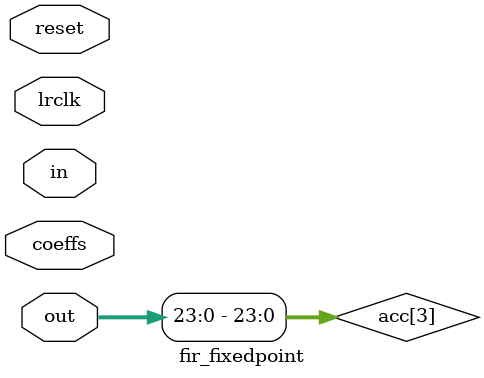
<source format=v>
`timescale 1ns / 1ps


module fir_fixedpoint # (
parameter NTAPS=5,
parameter WIDTH = 32,
parameter TOP_BIT=23
)
(
input wire reset,
input wire lrclk,
input wire [23:0] in,
input wire [23:0] out,
input wire [(NTAPS)*(WIDTH-1):0] coeffs
    );
    //constants we need
    localparam NDELAY = (NTAPS-1)*2;
    localparam NADDS = NTAPS-1;
    localparam NMULS = NTAPS;
    localparam NACC = NTAPS-1;
    
    //declare the pipeline stages
    //reg [WIDTH-1:0] result;
    reg [23:0] pipes[NDELAY:0];
    reg [WIDTH-1:0] adds[NADDS:0];
    reg [WIDTH-1:0] muls[NMULS:0];
    reg [WIDTH-1:0] acc[NACC:0];
    assign out[23:0] = acc[NTAPS-2][TOP_BIT:(TOP_BIT-23)];
    integer i;
    always @(negedge lrclk)
    begin
        if (reset)
        begin
            for (i=0; i<NDELAY; i=i+1) pipes[i]<=0;
            for (i=0; i<NADDS; i=i+1) adds[i]<=0;
            for (i=0; i<NMULS; i=i+1) muls[i]<=0;
            for (i=0; i<NACC; i=i+1) acc[i]<=0;
        end
        else
        begin
            //do the pipeline thing
            for (i=0; i<NDELAY; i=i+1)
                begin
                    if (i==0)
                        begin
                            pipes[0][23:0] <= in[23:0];
                        end
                    else
                        begin
                            pipes[i][23:0] <= pipes[i-1][23:0];
                        end
                end
            
            //compute the adds
            for (i=0; i<NADDS; i=i+1)
                begin
                    if (i==0)
                        begin
                            adds[i][WIDTH-1:0] <= {{(WIDTH-24-1){1'b0}}, in[23:0]} + {{(WIDTH-24-1){1'b0}}, pipes[NDELAY-1-i][23:0]};
                        end
                    else
                        begin
                            adds[i][WIDTH-1:0] <= {{(WIDTH-24-1){1'b0}}, pipes[i][23:0]} + {{(WIDTH-24-1){1'b0}}, pipes[NDELAY-1-i][23:0]};
                        end
                end
            
            //compute the muls
            for (i=0; i<NMULS; i=i+1)
                begin
                    if (i==(NTAPS-1))
                        begin
                            muls[i][WIDTH-1:0] <= {{(WIDTH-24-1){1'b0}},pipes[NTAPS-1][23:0]} * coeffs[((i)*(WIDTH-1)) +: (WIDTH-1)];
                        end
                    else
                        begin
                            muls[i][WIDTH-1:0] <= adds[i][WIDTH-1:0] * coeffs[((i)*(WIDTH-1)) +: (WIDTH-1)];
                        end
                end
            
            //compute the accs
            for (i=0; i<NACC; i=i+1)
                begin
                    if (i==0)
                        begin
                            acc[i][WIDTH-1:0] <= muls[i][WIDTH-1:0] + muls[i+1][WIDTH-1:0];
                        end
                    else
                        begin
                            acc[i][WIDTH-1:0] <= muls[i+1][WIDTH-1:0] + acc[i-1][WIDTH-1:0];
                        end
                end
                //result[WIDTH-1:0] <= acc[TAPS-1][WIDTH-1:0];
        end
    end
endmodule

</source>
